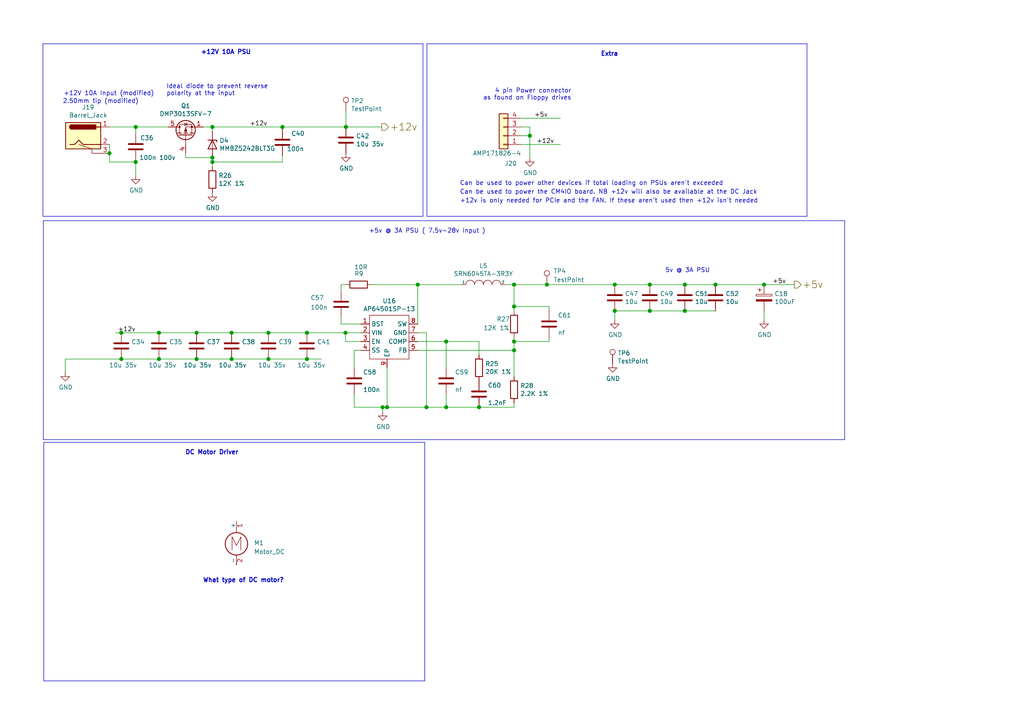
<source format=kicad_sch>
(kicad_sch (version 20250114) (generator "eeschema") (generator_version "9.0")
  (paper "A4")
  (lib_symbols
    (symbol "CM4IO:AP64351"
      (property "Reference" "U" (at 0 8.89 0))
      (property "Value" "AP64351" (at 1.27 6.35 0))
      (symbol "AP64351_0_1"
        (rectangle (start -5.08 5.08) (end 6.35 -7.62))
      )
      (symbol "AP64351_1_1"
        (pin passive line (at -7.62 2.54 0) (length 2.54) (name "BST") (number "1"))
        (pin power_in line (at -7.62 0 0) (length 2.54) (name "VIN") (number "2"))
        (pin input line (at -7.62 -2.54 0) (length 2.54) (name "EN") (number "3"))
        (pin input line (at -7.62 -5.08 0) (length 2.54) (name "SS") (number "4"))
        (pin passive line (at 0 -10.16 90) (length 2.54) (name "EP") (number "9"))
        (pin output line (at 8.89 2.54 180) (length 2.54) (name "SW") (number "8"))
        (pin power_in line (at 8.89 0 180) (length 2.54) (name "GND") (number "7"))
        (pin input line (at 8.89 -2.54 180) (length 2.54) (name "COMP") (number "6"))
        (pin input line (at 8.89 -5.08 180) (length 2.54) (name "FB") (number "5"))
      )
    )
    (symbol "CM4IO:Barrel_Jack"
      (property "Reference" "J" (at 0 5.334 0))
      (property "Value" "Barrel_Jack" (at 0 -5.08 0))
      (symbol "Barrel_Jack_0_1"
        (rectangle (start -5.08 3.81) (end 5.08 -3.81) (stroke (width 0.254)) (fill (type background)))
        (polyline (pts (xy -3.81 -2.54) (xy -2.54 -2.54) (xy -1.27 -1.27) (xy 0 -2.54) (xy 2.54 -2.54) (xy 5.08 -2.54)) (stroke (width 0.254)))
        (arc (start -3.302 1.905) (mid -3.9342 2.54) (end -3.302 3.175) (stroke (width 0.254)))
        (arc (start -3.302 1.905) (mid -3.9342 2.54) (end -3.302 3.175) (stroke (width 0.254)) (fill (type outline)))
        (rectangle (start 3.683 3.175) (end -3.302 1.905) (stroke (width 0.254)) (fill (type outline)))
        (polyline (pts (xy 5.08 2.54) (xy 3.81 2.54)) (stroke (width 0.254)))
        (polyline (pts (xy 5.08 -5.08) (xy 2.54 -5.08) (xy 2.54 -3.81) (xy -1.27 -2.54)))
      )
      (symbol "Barrel_Jack_1_1"
        (pin passive line (at 7.62 2.54 180) (length 2.54) (name "~") (number "1"))
        (pin passive line (at 7.62 -2.54 180) (length 2.54) (name "~") (number "2"))
        (pin passive line (at 7.62 -5.08 180) (length 2.54) (name "~") (number "3"))
      )
    )
    (symbol "Connector:TestPoint" (pin_numbers (hide yes)) (pin_names (offset 0.762) (hide yes))
      (property "Reference" "TP" (at 0 6.858 0))
      (property "Value" "TestPoint" (at 0 5.08 0))
      (symbol "TestPoint_0_1"
        (circle (center 0 3.302) (radius 0.762))
      )
      (symbol "TestPoint_1_1"
        (pin passive line (at 0 0 90) (length 2.54) (name "1") (number "1"))
      )
    )
    (symbol "Connector_Generic:Conn_01x04" (pin_names (hide yes))
      (property "Reference" "J" (at 0 5.08 0))
      (property "Value" "Conn_01x04" (at 0 -7.62 0))
      (symbol "Conn_01x04_1_1"
        (rectangle (start -1.27 3.81) (end 1.27 -6.35) (stroke (width 0.254)) (fill (type background)))
        (rectangle (start -1.27 2.667) (end 0 2.413))
        (rectangle (start -1.27 0.127) (end 0 -0.127))
        (rectangle (start -1.27 -2.413) (end 0 -2.667))
        (rectangle (start -1.27 -4.953) (end 0 -5.207))
        (pin passive line (at -5.08 2.54 0) (length 3.81) (name "Pin_1") (number "1"))
        (pin passive line (at -5.08 0 0) (length 3.81) (name "Pin_2") (number "2"))
        (pin passive line (at -5.08 -2.54 0) (length 3.81) (name "Pin_3") (number "3"))
        (pin passive line (at -5.08 -5.08 0) (length 3.81) (name "Pin_4") (number "4"))
      )
    )
    (symbol "Device:C" (pin_numbers (hide yes)) (pin_names (offset 0.254))
      (property "Reference" "C" (at 0.635 2.54 0))
      (property "Value" "C" (at 0.635 -2.54 0))
      (symbol "C_0_1"
        (polyline (pts (xy -2.032 0.762) (xy 2.032 0.762)) (stroke (width 0.508)))
        (polyline (pts (xy -2.032 -0.762) (xy 2.032 -0.762)) (stroke (width 0.508)))
      )
      (symbol "C_1_1"
        (pin passive line (at 0 3.81 270) (length 2.794) (name "~") (number "1"))
        (pin passive line (at 0 -3.81 90) (length 2.794) (name "~") (number "2"))
      )
    )
    (symbol "Device:CP" (pin_numbers (hide yes)) (pin_names (offset 0.254))
      (property "Reference" "C" (at 0.635 2.54 0))
      (property "Value" "CP" (at 0.635 -2.54 0))
      (symbol "CP_0_1"
        (rectangle (start -2.286 0.508) (end 2.286 1.016))
        (polyline (pts (xy -1.778 2.286) (xy -0.762 2.286)))
        (polyline (pts (xy -1.27 2.794) (xy -1.27 1.778)))
        (rectangle (start 2.286 -0.508) (end -2.286 -1.016) (fill (type outline)))
      )
      (symbol "CP_1_1"
        (pin passive line (at 0 3.81 270) (length 2.794) (name "~") (number "1"))
        (pin passive line (at 0 -3.81 90) (length 2.794) (name "~") (number "2"))
      )
    )
    (symbol "Device:R" (pin_numbers (hide yes)) (pin_names (offset 0))
      (property "Reference" "R" (at 2.032 0 90))
      (property "Value" "R" (at 0 0 90))
      (symbol "R_0_1"
        (rectangle (start -1.016 -2.54) (end 1.016 2.54) (stroke (width 0.254)))
      )
      (symbol "R_1_1"
        (pin passive line (at 0 3.81 270) (length 1.27) (name "~") (number "1"))
        (pin passive line (at 0 -3.81 90) (length 1.27) (name "~") (number "2"))
      )
    )
    (symbol "Diode:BZX84Cxx" (pin_numbers (hide yes)) (pin_names (hide yes))
      (property "Reference" "D" (at 0 2.54 0))
      (property "Value" "BZX84Cxx" (at 0 -2.54 0))
      (symbol "BZX84Cxx_0_1"
        (polyline (pts (xy -1.27 -1.27) (xy -1.27 1.27) (xy -0.762 1.27)) (stroke (width 0.254)))
        (polyline (pts (xy 1.27 0) (xy -1.27 0)))
        (polyline (pts (xy 1.27 -1.27) (xy 1.27 1.27) (xy -1.27 0) (xy 1.27 -1.27)) (stroke (width 0.254)))
      )
      (symbol "BZX84Cxx_1_1"
        (pin passive line (at -3.81 0 0) (length 2.54) (name "K") (number "1"))
        (pin passive line (at 3.81 0 180) (length 2.54) (name "A") (number "2"))
      )
    )
    (symbol "Motor:Motor_DC" (pin_names (offset 0))
      (property "Reference" "M" (at 2.54 2.54 0))
      (property "Value" "Motor_DC" (at 2.54 -5.08 0))
      (symbol "Motor_DC_0_0"
        (polyline (pts (xy -1.27 -3.302) (xy -1.27 0.508) (xy 0 -2.032) (xy 1.27 0.508) (xy 1.27 -3.302)))
      )
      (symbol "Motor_DC_0_1"
        (polyline (pts (xy 0 2.032) (xy 0 2.54)))
        (polyline (pts (xy 0 1.7272) (xy 0 2.0828)))
        (circle (center 0 -1.524) (radius 3.2512) (stroke (width 0.254)))
        (polyline (pts (xy 0 -4.7752) (xy 0 -5.1816)))
        (polyline (pts (xy 0 -7.62) (xy 0 -7.112)))
      )
      (symbol "Motor_DC_1_1"
        (pin passive line (at 0 5.08 270) (length 2.54) (name "+") (number "1"))
        (pin passive line (at 0 -7.62 90) (length 2.54) (name "-") (number "2"))
      )
    )
    (symbol "Transistor_FET:DMP3013SFV" (pin_names (hide yes))
      (property "Reference" "Q" (at 5.08 1.905 0))
      (property "Value" "DMP3013SFV" (at 5.08 0 0))
      (symbol "DMP3013SFV_0_1"
        (polyline (pts (xy 0.254 1.905) (xy 0.254 -1.905)) (stroke (width 0.254)))
        (polyline (pts (xy 0.254 0) (xy -2.54 0)))
        (polyline (pts (xy 0.762 2.286) (xy 0.762 1.27)) (stroke (width 0.254)))
        (polyline (pts (xy 0.762 1.778) (xy 3.302 1.778) (xy 3.302 -1.778) (xy 0.762 -1.778)))
        (polyline (pts (xy 0.762 0.508) (xy 0.762 -0.508)) (stroke (width 0.254)))
        (polyline (pts (xy 0.762 -1.27) (xy 0.762 -2.286)) (stroke (width 0.254)))
        (circle (center 1.651 0) (radius 2.794) (stroke (width 0.254)))
        (polyline (pts (xy 2.286 0) (xy 1.27 0.381) (xy 1.27 -0.381) (xy 2.286 0)) (fill (type outline)))
        (polyline (pts (xy 2.54 2.54) (xy 2.54 1.778)))
        (circle (center 2.54 1.778) (radius 0.254) (fill (type outline)))
        (circle (center 2.54 -1.778) (radius 0.254) (fill (type outline)))
        (polyline (pts (xy 2.54 -2.54) (xy 2.54 0) (xy 0.762 0)))
        (polyline (pts (xy 2.794 -0.508) (xy 2.921 -0.381) (xy 3.683 -0.381) (xy 3.81 -0.254)))
        (polyline (pts (xy 3.302 -0.381) (xy 2.921 0.254) (xy 3.683 0.254) (xy 3.302 -0.381)))
      )
      (symbol "DMP3013SFV_1_1"
        (pin passive line (at -5.08 0 0) (length 2.54) (name "G") (number "4"))
        (pin passive line (at 2.54 5.08 270) (length 2.54) (name "D") (number "5"))
        (pin passive line (at 2.54 -5.08 90) (length 2.54) (name "S") (number "1"))
        (pin passive line (at 2.54 -5.08 90) (length 2.54) (hide yes) (name "S") (number "2"))
        (pin passive line (at 2.54 -5.08 90) (length 2.54) (hide yes) (name "S") (number "3"))
      )
    )
    (symbol "power:GND" (power) (pin_names (offset 0))
      (property "Value" "GND" (at 0 -3.81 0))
      (symbol "GND_0_1"
        (polyline (pts (xy 0 0) (xy 0 -1.27) (xy 1.27 -1.27) (xy 0 -2.54) (xy -1.27 -1.27) (xy 0 -1.27)))
      )
      (symbol "GND_1_1"
        (pin power_in line (at 0 0 270) (length 0) (hide yes) (name "GND") (number "1"))
      )
    )
    (symbol "pspice:INDUCTOR" (pin_numbers (hide yes)) (pin_names (offset 0))
      (property "Reference" "L" (at 0 2.54 0))
      (property "Value" "INDUCTOR" (at 0 -1.27 0))
      (symbol "INDUCTOR_0_1"
        (arc (start -5.08 0) (mid -3.81 1.2645) (end -2.54 0))
        (arc (start -2.54 0) (mid -1.27 1.2645) (end 0 0))
        (arc (start 0 0) (mid 1.27 1.2645) (end 2.54 0))
        (arc (start 2.54 0) (mid 3.81 1.2645) (end 5.08 0))
      )
      (symbol "INDUCTOR_1_1"
        (pin input line (at -6.35 0 0) (length 1.27) (name "1") (number "1"))
        (pin input line (at 6.35 0 180) (length 1.27) (name "2") (number "2"))
      )
    )
  )
  (text "2.50mm tip (modified)" (at 29.21 29.464 0) (effects (font (size 1.27 1.27))))
  (text "+12V 10A PSU" (at 65.532 15.24 0) (effects (font (size 1.27 1.27) (thickness 0.254) (bold yes))))
  (text "Extra" (at 176.784 15.748 0) (effects (font (size 1.27 1.27) (thickness 0.254) (bold yes))))
  (text "4 pin Power connector\nas found on Floppy drives" (at 165.735 29.21 0) (effects (font (size 1.27 1.27)) (justify right bottom)))
  (text "Ideal diode to prevent reverse\npolarity at the input" (at 48.26 27.94 0) (effects (font (size 1.27 1.27)) (justify left bottom)))
  (text "Can be used to power the CM4IO board. NB +12v will also be available at the DC Jack" (at 133.35 56.515 0) (effects (font (size 1.27 1.27)) (justify left bottom)))
  (text "Can be used to power other devices if total loading on PSUs aren't exceeded" (at 133.35 53.975 0) (effects (font (size 1.27 1.27)) (justify left bottom)))
  (text "DC Motor Driver" (at 61.468 131.318 0) (effects (font (size 1.27 1.27) (thickness 0.254) (bold yes))))
  (text "What type of DC motor?" (at 70.612 168.402 0) (effects (font (size 1.27 1.27) (thickness 0.254) (bold yes))))
  (text "5v @ 3A PSU\n" (at 192.913 79.248 0) (effects (font (size 1.27 1.27)) (justify left bottom)))
  (text "+5v @ 3A PSU ( 7.5v-28v Input )" (at 140.843 67.818 0) (effects (font (size 1.27 1.27)) (justify right bottom)))
  (text "+12V 10A Input (modified)" (at 18.415 27.94 0) (effects (font (size 1.27 1.27)) (justify left bottom)))
  (text "+12v is only needed for PCIe and the FAN. If these aren't used then +12v isn't needed" (at 133.35 59.055 0) (effects (font (size 1.27 1.27)) (justify left bottom)))
  (junction (at 57.023 104.14) (diameter 1.016))
  (junction (at 35.179 96.52) (diameter 1.016))
  (junction (at 110.998 118.11) (diameter 1.016))
  (junction (at 61.595 45.72) (diameter 1.016))
  (junction (at 158.623 82.55) (diameter 1.016))
  (junction (at 57.023 96.52) (diameter 1.016))
  (junction (at 188.468 90.17) (diameter 1.016))
  (junction (at 35.179 104.14) (diameter 1.016))
  (junction (at 61.595 46.99) (diameter 1.016))
  (junction (at 89.027 104.14) (diameter 1.016))
  (junction (at 123.698 118.11) (diameter 1.016))
  (junction (at 178.308 82.55) (diameter 1.016))
  (junction (at 149.098 88.9) (diameter 1.016))
  (junction (at 149.098 101.6) (diameter 1.016))
  (junction (at 112.268 118.11) (diameter 1.016))
  (junction (at 67.183 96.52) (diameter 1.016))
  (junction (at 129.413 99.06) (diameter 1.016))
  (junction (at 31.75 44.45) (diameter 1.016))
  (junction (at 81.915 36.83) (diameter 1.016))
  (junction (at 153.67 39.37) (diameter 1.016))
  (junction (at 100.203 96.52) (diameter 1.016))
  (junction (at 207.518 82.55) (diameter 1.016))
  (junction (at 149.098 82.55) (diameter 1.016))
  (junction (at 89.027 96.52) (diameter 1.016))
  (junction (at 46.101 104.14) (diameter 1.016))
  (junction (at 39.37 46.99) (diameter 1.016))
  (junction (at 138.938 118.11) (diameter 1.016))
  (junction (at 149.098 99.06) (diameter 1.016))
  (junction (at 77.851 104.14) (diameter 1.016))
  (junction (at 178.308 90.17) (diameter 1.016))
  (junction (at 129.413 118.11) (diameter 1.016))
  (junction (at 39.37 36.83) (diameter 1.016))
  (junction (at 198.628 82.55) (diameter 1.016))
  (junction (at 100.33 36.83) (diameter 1.016))
  (junction (at 188.468 82.55) (diameter 1.016))
  (junction (at 221.615 82.55) (diameter 1.016))
  (junction (at 198.628 90.17) (diameter 1.016))
  (junction (at 61.595 36.83) (diameter 1.016))
  (junction (at 67.183 104.14) (diameter 1.016))
  (junction (at 77.851 96.52) (diameter 1.016))
  (junction (at 46.101 96.52) (diameter 1.016))
  (junction (at 121.158 82.55) (diameter 1.016))
  (wire (pts (xy 149.098 118.11) (xy 149.098 116.84)))
  (wire (pts (xy 67.183 96.52) (xy 77.851 96.52)))
  (wire (pts (xy 121.158 96.52) (xy 123.698 96.52)))
  (wire (pts (xy 110.998 118.11) (xy 112.268 118.11)))
  (wire (pts (xy 158.623 82.55) (xy 178.308 82.55)))
  (polyline (pts (xy 123.825 62.738) (xy 234.061 62.738)) (stroke (width 0) (type solid)))
  (wire (pts (xy 31.75 46.99) (xy 39.37 46.99)))
  (wire (pts (xy 46.101 104.14) (xy 57.023 104.14)))
  (wire (pts (xy 153.67 39.37) (xy 153.67 45.72)))
  (wire (pts (xy 129.413 114.3) (xy 129.413 118.11)))
  (wire (pts (xy 33.528 96.52) (xy 35.179 96.52)))
  (wire (pts (xy 53.848 44.45) (xy 53.848 45.72)))
  (wire (pts (xy 129.413 99.06) (xy 129.413 106.68)))
  (wire (pts (xy 159.258 99.06) (xy 159.258 97.79)))
  (wire (pts (xy 35.179 96.52) (xy 46.101 96.52)))
  (wire (pts (xy 198.628 90.17) (xy 188.468 90.17)))
  (wire (pts (xy 89.027 104.14) (xy 93.218 104.14)))
  (wire (pts (xy 178.308 90.17) (xy 178.308 92.71)))
  (wire (pts (xy 149.098 88.9) (xy 149.098 90.17)))
  (polyline (pts (xy 123.19 197.485) (xy 123.19 128.27)) (stroke (width 0) (type solid)))
  (wire (pts (xy 18.923 104.14) (xy 18.923 107.95)))
  (wire (pts (xy 121.158 101.6) (xy 149.098 101.6)))
  (wire (pts (xy 100.203 99.06) (xy 104.648 99.06)))
  (wire (pts (xy 151.13 39.37) (xy 153.67 39.37)))
  (wire (pts (xy 102.743 118.11) (xy 110.998 118.11)))
  (polyline (pts (xy 12.7 197.485) (xy 123.19 197.485)) (stroke (width 0) (type solid)))
  (wire (pts (xy 178.308 82.55) (xy 188.468 82.55)))
  (wire (pts (xy 121.158 82.55) (xy 121.158 93.98)))
  (polyline (pts (xy 244.983 127.508) (xy 12.573 127.508)) (stroke (width 0) (type solid)))
  (polyline (pts (xy 12.446 62.738) (xy 122.682 62.738)) (stroke (width 0) (type solid)))
  (wire (pts (xy 31.75 46.99) (xy 31.75 44.45)))
  (wire (pts (xy 53.848 45.72) (xy 61.595 45.72)))
  (wire (pts (xy 112.268 106.68) (xy 112.268 118.11)))
  (wire (pts (xy 18.923 104.14) (xy 35.179 104.14)))
  (wire (pts (xy 100.33 32.258) (xy 100.33 36.83)))
  (wire (pts (xy 58.928 36.83) (xy 61.595 36.83)))
  (wire (pts (xy 146.558 82.55) (xy 149.098 82.55)))
  (wire (pts (xy 81.915 46.99) (xy 81.915 45.085)))
  (polyline (pts (xy 12.446 12.7) (xy 122.682 12.7)) (stroke (width 0) (type solid)))
  (wire (pts (xy 77.851 104.14) (xy 89.027 104.14)))
  (wire (pts (xy 149.098 82.55) (xy 158.623 82.55)))
  (wire (pts (xy 31.75 44.45) (xy 31.75 41.91)))
  (polyline (pts (xy 123.825 62.738) (xy 123.825 12.7)) (stroke (width 0) (type solid)))
  (wire (pts (xy 39.37 46.355) (xy 39.37 46.99)))
  (wire (pts (xy 112.268 118.11) (xy 123.698 118.11)))
  (polyline (pts (xy 122.682 62.738) (xy 122.682 12.7)) (stroke (width 0) (type solid)))
  (wire (pts (xy 98.933 84.455) (xy 98.933 82.55)))
  (wire (pts (xy 121.158 99.06) (xy 129.413 99.06)))
  (wire (pts (xy 149.098 99.06) (xy 149.098 101.6)))
  (wire (pts (xy 46.101 96.52) (xy 57.023 96.52)))
  (wire (pts (xy 39.37 46.99) (xy 39.37 50.8)))
  (polyline (pts (xy 12.7 128.27) (xy 123.19 128.27)) (stroke (width 0) (type solid)))
  (wire (pts (xy 123.698 96.52) (xy 123.698 118.11)))
  (wire (pts (xy 149.098 88.9) (xy 159.258 88.9)))
  (wire (pts (xy 89.027 96.52) (xy 100.203 96.52)))
  (wire (pts (xy 102.743 101.6) (xy 102.743 106.68)))
  (wire (pts (xy 39.37 36.83) (xy 48.768 36.83)))
  (wire (pts (xy 61.595 45.72) (xy 61.595 46.99)))
  (wire (pts (xy 151.13 36.83) (xy 153.67 36.83)))
  (wire (pts (xy 129.413 118.11) (xy 138.938 118.11)))
  (wire (pts (xy 67.183 104.14) (xy 77.851 104.14)))
  (wire (pts (xy 149.098 82.55) (xy 149.098 88.9)))
  (wire (pts (xy 102.743 114.3) (xy 102.743 118.11)))
  (polyline (pts (xy 12.446 62.738) (xy 12.446 12.7)) (stroke (width 0) (type solid)))
  (wire (pts (xy 188.468 82.55) (xy 198.628 82.55)))
  (wire (pts (xy 81.915 36.83) (xy 100.33 36.83)))
  (wire (pts (xy 149.098 99.06) (xy 159.258 99.06)))
  (wire (pts (xy 159.258 88.9) (xy 159.258 90.17)))
  (wire (pts (xy 81.915 36.83) (xy 81.915 37.465)))
  (wire (pts (xy 98.933 92.075) (xy 98.933 93.98)))
  (wire (pts (xy 207.518 82.55) (xy 221.615 82.55)))
  (wire (pts (xy 129.413 99.06) (xy 138.938 99.06)))
  (wire (pts (xy 151.13 41.91) (xy 162.56 41.91)))
  (wire (pts (xy 98.933 93.98) (xy 104.648 93.98)))
  (wire (pts (xy 98.933 82.55) (xy 100.203 82.55)))
  (wire (pts (xy 153.67 36.83) (xy 153.67 39.37)))
  (wire (pts (xy 149.098 97.79) (xy 149.098 99.06)))
  (wire (pts (xy 221.615 82.55) (xy 230.378 82.55)))
  (wire (pts (xy 77.851 96.52) (xy 89.027 96.52)))
  (wire (pts (xy 110.998 119.38) (xy 110.998 118.11)))
  (wire (pts (xy 57.023 104.14) (xy 67.183 104.14)))
  (wire (pts (xy 57.023 96.52) (xy 67.183 96.52)))
  (polyline (pts (xy 123.825 12.7) (xy 234.061 12.7)) (stroke (width 0) (type solid)))
  (wire (pts (xy 221.615 90.17) (xy 221.615 92.71)))
  (wire (pts (xy 121.158 82.55) (xy 133.858 82.55)))
  (wire (pts (xy 35.179 104.14) (xy 46.101 104.14)))
  (wire (pts (xy 61.595 46.99) (xy 61.595 48.26)))
  (wire (pts (xy 100.203 96.52) (xy 104.648 96.52)))
  (wire (pts (xy 207.518 90.17) (xy 198.628 90.17)))
  (wire (pts (xy 107.823 82.55) (xy 121.158 82.55)))
  (wire (pts (xy 61.595 46.99) (xy 81.915 46.99)))
  (polyline (pts (xy 12.7 197.485) (xy 12.7 128.27)) (stroke (width 0) (type solid)))
  (wire (pts (xy 138.938 118.11) (xy 149.098 118.11)))
  (wire (pts (xy 188.468 90.17) (xy 178.308 90.17)))
  (wire (pts (xy 151.13 34.29) (xy 162.56 34.29)))
  (wire (pts (xy 39.37 36.83) (xy 39.37 38.735)))
  (wire (pts (xy 198.628 82.55) (xy 207.518 82.55)))
  (wire (pts (xy 61.595 36.83) (xy 81.915 36.83)))
  (wire (pts (xy 123.698 118.11) (xy 129.413 118.11)))
  (wire (pts (xy 100.33 36.83) (xy 110.744 36.83)))
  (polyline (pts (xy 234.061 62.738) (xy 234.061 12.7)) (stroke (width 0) (type solid)))
  (wire (pts (xy 61.595 36.83) (xy 61.595 38.1)))
  (polyline (pts (xy 12.573 64.008) (xy 244.983 64.008)) (stroke (width 0) (type solid)))
  (wire (pts (xy 31.75 36.83) (xy 39.37 36.83)))
  (polyline (pts (xy 12.573 64.008) (xy 12.573 127.508)) (stroke (width 0) (type solid)))
  (polyline (pts (xy 244.983 64.008) (xy 244.983 127.508)) (stroke (width 0) (type solid)))
  (wire (pts (xy 104.648 101.6) (xy 102.743 101.6)))
  (wire (pts (xy 149.098 101.6) (xy 149.098 109.22)))
  (wire (pts (xy 100.203 96.52) (xy 100.203 99.06)))
  (wire (pts (xy 138.938 102.87) (xy 138.938 99.06)))
  (label "+5v" (at 224.028 82.55 0))
  (label "+12v" (at 72.39 36.83 0))
  (label "+12v" (at 155.575 41.91 0))
  (label "+5v" (at 154.94 34.29 0))
  (label "+12v" (at 34.163 96.52 0))
  (hierarchical_label "+5v" (shape output) (at 230.378 82.55 0) (effects (font (size 2.0066 2.0066))))
  (hierarchical_label "+12v" (shape output) (at 110.744 36.83 0) (effects (font (size 2.0066 2.0066))))
  (symbol (lib_id "power:GND") (at 100.33 44.45 0) (unit 1)
    (property "Reference" "#PWR043" (effects (hide yes)))
    (property "Value" "GND" (at 100.457 48.8442 0))
  )
  (symbol (lib_id "power:GND") (at 39.37 50.8 0) (unit 1)
    (property "Reference" "#PWR041" (effects (hide yes)))
    (property "Value" "GND" (at 39.497 55.1942 0))
  )
  (symbol (lib_id "Device:C") (at 178.308 86.36 0) (unit 1)
    (property "Reference" "C47" (at 181.229 85.1916 0) (effects (justify left)))
    (property "Value" "10u" (at 181.229 87.503 0) (effects (justify left)))
    (property "Footprint" "Capacitor_SMD:C_0805_2012Metric" (effects (hide yes)))
    (property "Datasheet" "https://search.murata.co.jp/Ceramy/image/img/A01X/G101/ENG/GRM21BR71A106KA73-01.pdf" (effects (hide yes)))
    (property "Field5" "490-14381-1-ND" (effects (hide yes)))
    (property "Field4" "Digikey" (effects (hide yes)))
    (property "Field6" "GRM21BR71A106KA73L" (effects (hide yes)))
    (property "Field7" "Murata" (effects (hide yes)))
    (property "Part Description" "	10uF 10% 10V Ceramic Capacitor X7R 0805 (2012 Metric)" (effects (hide yes)))
    (property "Field8" "111893011" (effects (hide yes)))
  )
  (symbol (lib_id "Device:C") (at 188.468 86.36 0) (unit 1)
    (property "Reference" "C49" (at 191.389 85.1916 0) (effects (justify left)))
    (property "Value" "10u" (at 191.389 87.503 0) (effects (justify left)))
    (property "Footprint" "Capacitor_SMD:C_0805_2012Metric" (effects (hide yes)))
    (property "Datasheet" "https://search.murata.co.jp/Ceramy/image/img/A01X/G101/ENG/GRM21BR71A106KA73-01.pdf" (effects (hide yes)))
    (property "Field5" "490-14381-1-ND" (effects (hide yes)))
    (property "Field4" "Digikey" (effects (hide yes)))
    (property "Field6" "GRM21BR71A106KA73L" (effects (hide yes)))
    (property "Field7" "Murata" (effects (hide yes)))
    (property "Part Description" "	10uF 10% 10V Ceramic Capacitor X7R 0805 (2012 Metric)" (effects (hide yes)))
    (property "Field8" "111893011" (effects (hide yes)))
  )
  (symbol (lib_id "Device:C") (at 198.628 86.36 0) (unit 1)
    (property "Reference" "C51" (at 201.549 85.1916 0) (effects (justify left)))
    (property "Value" "10u" (at 201.549 87.503 0) (effects (justify left)))
    (property "Footprint" "Capacitor_SMD:C_0805_2012Metric" (effects (hide yes)))
    (property "Datasheet" "https://search.murata.co.jp/Ceramy/image/img/A01X/G101/ENG/GRM21BR71A106KA73-01.pdf" (effects (hide yes)))
    (property "Field5" "490-14381-1-ND" (effects (hide yes)))
    (property "Field4" "Digikey" (effects (hide yes)))
    (property "Field6" "GRM21BR71A106KA73L" (effects (hide yes)))
    (property "Field7" "Murata" (effects (hide yes)))
    (property "Part Description" "	10uF 10% 10V Ceramic Capacitor X7R 0805 (2012 Metric)" (effects (hide yes)))
    (property "Field8" "111893011" (effects (hide yes)))
  )
  (symbol (lib_id "Device:C") (at 207.518 86.36 0) (unit 1)
    (property "Reference" "C52" (at 210.439 85.1916 0) (effects (justify left)))
    (property "Value" "10u" (at 210.439 87.503 0) (effects (justify left)))
    (property "Footprint" "Capacitor_SMD:C_0805_2012Metric" (effects (hide yes)))
    (property "Datasheet" "https://search.murata.co.jp/Ceramy/image/img/A01X/G101/ENG/GRM21BR71A106KA73-01.pdf" (effects (hide yes)))
    (property "Field5" "490-14381-1-ND" (effects (hide yes)))
    (property "Field4" "Digikey" (effects (hide yes)))
    (property "Field6" "GRM21BR71A106KA73L" (effects (hide yes)))
    (property "Field7" "Murata" (effects (hide yes)))
    (property "Part Description" "	10uF 10% 10V Ceramic Capacitor X7R 0805 (2012 Metric)" (effects (hide yes)))
    (property "Field8" "111893011" (effects (hide yes)))
  )
  (symbol (lib_id "Device:C") (at 39.37 42.545 0) (unit 1)
    (property "Reference" "C36" (at 40.64 40.005 0) (effects (justify left)))
    (property "Value" "100n 100v" (at 40.386 45.72 0) (effects (justify left)))
    (property "Footprint" "Capacitor_SMD:C_0402_1005Metric" (effects (hide yes)))
    (property "Datasheet" "https://psearch.en.murata.com/capacitor/product/GRM155R62A104KE14%23.pdf" (effects (hide yes)))
    (property "Field4" "Farnell" (effects (hide yes)))
    (property "Field5" "2611907" (effects (hide yes)))
    (property "Field6" "GRM155R62A104KE14D" (effects (hide yes)))
    (property "Field7" "Murata" (effects (hide yes)))
    (property "Part Description" "	0.1uF 10% 100V Ceramic Capacitor X5R 0402 (1005 Metric)" (effects (hide yes)))
  )
  (symbol (lib_id "power:GND") (at 61.595 55.88 0) (unit 1)
    (property "Reference" "#PWR042" (effects (hide yes)))
    (property "Value" "GND" (at 61.722 60.2742 0))
  )
  (symbol (lib_id "Connector_Generic:Conn_01x04") (at 146.05 39.37 180) (unit 1)
    (property "Reference" "J20" (at 148.1328 47.4218 0))
    (property "Value" "AMP171826-4" (at 144.145 44.45 0))
    (property "Footprint" "171826-4:TE_171826-4" (effects (hide yes)))
    (property "Datasheet" "https://www.te.com/usa-en/product-171826-4.html" (effects (hide yes)))
    (property "Field4" "Farnell" (effects (hide yes)))
    (property "Field5" "	1056115" (effects (hide yes)))
    (property "Field6" "AMP171826-4" (effects (hide yes)))
    (property "Field7" "AMP-TE" (effects (hide yes)))
    (property "Part Description" "Wire-To-Board Connector, Right Angle, 2.54 mm, 4 Contacts, Header, AMP EI Series, Through Hole" (effects (hide yes)))
  )
  (symbol (lib_id "power:GND") (at 153.67 45.72 0) (unit 1)
    (property "Reference" "#PWR045" (effects (hide yes)))
    (property "Value" "GND" (at 153.797 50.1142 0))
  )
  (symbol (lib_id "CM4IO:Barrel_Jack") (at 24.13 39.37 0) (unit 1)
    (property "Reference" "J19" (at 25.5778 31.115 0))
    (property "Value" "Barrel_Jack" (at 25.5778 33.4264 0))
    (property "Footprint" "Jaya_FootLib:Barrel_Jack_5.5x2.5mm" (effects (hide yes)))
    (property "Datasheet" "https://spec.globtek.info/spec/spec_misc?id=01t0c000008OOv2AAG" (effects (hide yes)))
    (property "Description" "50VDC 10A" (effects (hide yes)))
    (property "Digikey" "https://www.digikey.ca/en/products/detail/globtek-inc/JACK-L-PC-10A-RA(R)/8597890?gad_source=1&gad_campaignid=21020832419&gbraid=0AAAAADrbLljFPhQUGW9-vGwP5nNMkXjpZ&gclid=CjwKCAjwr5_CBhBlEiwAzfwYuPiUh9D8OUx2IHgcEQnulQyQ37E9XDcF3ARa9uVLsllzy46gqWn_3BoCj6oQAvD_BwE&gclsrc=aw.ds" (effects (hide yes)))
  )
  (symbol (lib_id "Diode:BZX84Cxx") (at 61.595 41.91 270) (unit 1)
    (property "Reference" "D4" (at 63.627 40.767 90) (effects (justify left)))
    (property "Value" "MMBZ5242BLT3G" (at 63.627 43.053 90) (effects (justify left)))
    (property "Footprint" "Diode_SMD:D_SOT-23_ANK" (effects (hide yes)))
    (property "Datasheet" "https://diotec.com/tl_files/diotec/files/pdf/datasheets/bzx84c2v4.pdf" (effects (hide yes)))
    (property "Field4" "Digikey" (effects (hide yes)))
    (property "Field5" "	MMBZ5242BLT3GOSCT-ND" (effects (hide yes)))
    (property "Field6" "MMBZ5242BLT3G" (effects (hide yes)))
    (property "Field7" "Onsemi" (effects (hide yes)))
    (property "Part Description" "	Zener Diode 12V 225mW 5% Surface Mount SOT-23-3 (TO-236)" (effects (hide yes)))
  )
  (symbol (lib_id "Device:R") (at 61.595 52.07 0) (unit 1)
    (property "Reference" "R26" (at 63.373 50.9016 0) (effects (justify left)))
    (property "Value" "12K 1%" (at 63.373 53.213 0) (effects (justify left)))
    (property "Footprint" "Resistor_SMD:R_0402_1005Metric" (effects (hide yes)))
    (property "Datasheet" "https://fscdn.rohm.com/en/products/databook/datasheet/passive/resistor/chip_resistor/mcr-e.pdf" (effects (hide yes)))
    (property "Field7" "YAGEO" (effects (hide yes)))
    (property "Field6" "RC0402FR-0712KL" (effects (hide yes)))
    (property "Part Description" "Resistor 12K M1005 1% 63mW" (effects (hide yes)))
    (property "Note" "Modified by Jaya" (effects (hide yes)))
    (property "Reason" "Discontinued" (effects (hide yes)))
  )
  (symbol (lib_id "Device:C") (at 81.915 41.275 0) (unit 1)
    (property "Reference" "C40" (at 84.455 38.735 0) (effects (justify left)))
    (property "Value" "100n" (at 83.185 43.18 0) (effects (justify left)))
    (property "Footprint" "Capacitor_SMD:C_0402_1005Metric" (effects (hide yes)))
    (property "Datasheet" "https://search.murata.co.jp/Ceramy/image/img/A01X/G101/ENG/GRM155R71C104KA88-01.pdf" (effects (hide yes)))
    (property "Field4" "Farnell" (effects (hide yes)))
    (property "Field5" "2611911" (effects (hide yes)))
    (property "Field6" "RM EMK105 B7104KV-F" (effects (hide yes)))
    (property "Field7" "TAIYO YUDEN EUROPE GMBH" (effects (hide yes)))
    (property "Part Description" "	0.1uF 10% 16V Ceramic Capacitor X7R 0402 (1005 Metric)" (effects (hide yes)))
    (property "Field8" "110091611" (effects (hide yes)))
  )
  (symbol (lib_id "power:GND") (at 178.308 92.71 0) (unit 1)
    (property "Reference" "#PWR0118" (effects (hide yes)))
    (property "Value" "GND" (at 178.435 97.1042 0))
  )
  (symbol (lib_id "Device:C") (at 98.933 88.265 0) (unit 1)
    (property "Reference" "C57" (at 90.043 86.36 0) (effects (justify left)))
    (property "Value" "100n" (at 90.043 89.154 0) (effects (justify left)))
    (property "Footprint" "Capacitor_SMD:C_0402_1005Metric" (effects (hide yes)))
    (property "Datasheet" "https://search.murata.co.jp/Ceramy/image/img/A01X/G101/ENG/GRM155R71C104KA88-01.pdf" (effects (hide yes)))
    (property "Field4" "Farnell" (effects (hide yes)))
    (property "Field5" "2611911" (effects (hide yes)))
    (property "Field6" "RM EMK105 B7104KV-F" (effects (hide yes)))
    (property "Field7" "TAIYO YUDEN EUROPE GMBH" (effects (hide yes)))
    (property "Part Description" "	0.1uF 10% 16V Ceramic Capacitor X7R 0402 (1005 Metric)" (effects (hide yes)))
    (property "Field8" "110091611" (effects (hide yes)))
  )
  (symbol (lib_id "Device:R") (at 104.013 82.55 270) (unit 1)
    (property "Reference" "R9" (at 102.743 79.375 90) (effects (justify left)))
    (property "Value" "10R" (at 102.743 77.47 90) (effects (justify left)))
    (property "Footprint" "Resistor_SMD:R_0402_1005Metric" (effects (hide yes)))
    (property "Datasheet" "https://fscdn.rohm.com/en/products/databook/datasheet/passive/resistor/chip_resistor/mcr-e.pdf" (effects (hide yes)))
    (property "Field4" "Farnell" (effects (hide yes)))
    (property "Field5" "9238999" (effects (hide yes)))
    (property "Field7" "Yageo" (effects (hide yes)))
    (property "Field6" "RC0402FR-0710RL" (effects (hide yes)))
    (property "Field8" "URES00256" (effects (hide yes)))
    (property "Part Description" "Resistor 10R M1005 1% 63mW" (effects (hide yes)))
  )
  (symbol (lib_id "Device:C") (at 159.258 93.98 0) (unit 1)
    (property "Reference" "C61" (at 161.798 91.44 0) (effects (justify left)))
    (property "Value" "nf" (at 161.798 96.52 0) (effects (justify left)))
    (property "Footprint" "Capacitor_SMD:C_0402_1005Metric" (effects (hide yes)))
    (property "Datasheet" "http://www.farnell.com/datasheets/2048267.pdf?_ga=2.222777691.1738794919.1588350964-1787849031.1568210898&_gac=1.250356018.1588350964.EAIaIQobChMIgrHHs4yT6QIVxevtCh39TA_nEAAYASAAEgK8PfD_BwE" (effects (hide yes)))
    (property "Field4" "Farnell" (effects (hide yes)))
    (property "Field5" "2666374" (effects (hide yes)))
    (property "Field6" "GRM1555C1H221JA01D" (effects (hide yes)))
    (property "Field7" "Murata" (effects (hide yes)))
    (property "Part Description" "220 pF, 50 V, 0402 [1005 Metric], ± 5%, C0G / NP0/CH, GCM Series" (effects (hide yes)))
  )
  (symbol (lib_id "Device:R") (at 149.098 93.98 0) (unit 1)
    (property "Reference" "R27" (at 144.018 92.583 0) (effects (justify left)))
    (property "Value" "12K 1%" (at 140.208 95.123 0) (effects (justify left)))
    (property "Footprint" "Resistor_SMD:R_0402_1005Metric" (effects (hide yes)))
    (property "Datasheet" "https://fscdn.rohm.com/en/products/databook/datasheet/passive/resistor/chip_resistor/mcr-e.pdf" (effects (hide yes)))
    (property "Field4" "Farnell" (effects (hide yes)))
    (property "Field5" "9239367" (effects (hide yes)))
    (property "Field7" "Rohm" (effects (hide yes)))
    (property "Field6" "MCR01MZPF1202" (effects (hide yes)))
    (property "Part Description" "Resistor 12K M1005 1% 63mW" (effects (hide yes)))
  )
  (symbol (lib_id "pspice:INDUCTOR") (at 140.208 82.55 0) (unit 1)
    (property "Reference" "L5" (at 140.208 77.089 0))
    (property "Value" "SRN6045TA-3R3Y" (at 140.208 79.4004 0))
    (property "Footprint" "Inductor_SMD:L_Bourns_SRN6045TA" (effects (hide yes)))
    (property "Datasheet" "https://www.bourns.com/docs/Product-Datasheets/SRN6045TA.pdf" (effects (hide yes)))
    (property "Field4" "Farnell" (effects (hide yes)))
    (property "Field5" "2616889" (effects (hide yes)))
    (property "Field6" "SRN6045TA-3R3Y" (effects (hide yes)))
    (property "Field7" "Bourns" (effects (hide yes)))
    (property "Part Description" "3.3µH Semi-Shielded Wirewound Inductor 7.8A 21mOhm Nonstandard" (effects (hide yes)))
  )
  (symbol (lib_id "Device:C") (at 138.938 114.3 0) (unit 1)
    (property "Reference" "C60" (at 141.478 111.76 0) (effects (justify left)))
    (property "Value" "1.2nF" (at 141.478 116.84 0) (effects (justify left)))
    (property "Footprint" "Capacitor_SMD:C_0402_1005Metric" (effects (hide yes)))
    (property "Datasheet" "http://www.farnell.com/datasheets/2734135.pdf?_ga=2.259347658.1738794919.1588350964-1787849031.1568210898&_gac=1.15394434.1588350964.EAIaIQobChMIgrHHs4yT6QIVxevtCh39TA_nEAAYASAAEgK8PfD_BwE" (effects (hide yes)))
    (property "Field4" "Digikey" (effects (hide yes)))
    (property "Field5" "490-16429-1-ND" (effects (hide yes)))
    (property "Field6" "GCM155R71H122KA37D" (effects (hide yes)))
    (property "Field7" "Murata" (effects (hide yes)))
    (property "Part Description" "1200pF 10% 10V Ceramic Capacitor X5R 0402 (1005 Metric)" (effects (hide yes)))
  )
  (symbol (lib_id "Device:C") (at 129.413 110.49 0) (unit 1)
    (property "Reference" "C59" (at 131.953 107.95 0) (effects (justify left)))
    (property "Value" "nf" (at 131.953 113.03 0) (effects (justify left)))
    (property "Footprint" "Capacitor_SMD:C_0402_1005Metric" (effects (hide yes)))
  )
  (symbol (lib_id "CM4IO:AP64351") (at 112.268 96.52 0) (unit 1)
    (property "Reference" "U16" (at 112.903 87.2744 0))
    (property "Value" "AP64501SP-13" (at 112.903 89.5858 0))
    (property "Footprint" "Package_SO:SOIC-8-1EP_3.9x4.9mm_P1.27mm_EP2.95x4.9mm_Mask2.71x3.4mm_ThermalVias" (effects (hide yes)))
    (property "Datasheet" "https://www.diodes.com/assets/Datasheets/AP64501.pdf" (effects (hide yes)))
    (property "Field4" "Digikey" (effects (hide yes)))
    (property "Field5" "31-AP64501SP-13CT-ND" (effects (hide yes)))
    (property "Field6" "AP64501SP-13" (effects (hide yes)))
    (property "Field7" "Diodes" (effects (hide yes)))
    (property "Part Description" "Buck Switching Regulator IC Positive Adjustable 0.8V 1 Output 5A 8-SOIC (0.154\", 3.90mm Width) Exposed Pad" (effects (hide yes)))
  )
  (symbol (lib_id "Device:C") (at 102.743 110.49 0) (unit 1)
    (property "Reference" "C58" (at 105.283 107.95 0) (effects (justify left)))
    (property "Value" "100n" (at 105.283 113.03 0) (effects (justify left)))
    (property "Footprint" "Capacitor_SMD:C_0402_1005Metric" (effects (hide yes)))
    (property "Datasheet" "https://search.murata.co.jp/Ceramy/image/img/A01X/G101/ENG/GRM155R71C104KA88-01.pdf" (effects (hide yes)))
    (property "Field4" "Farnell" (effects (hide yes)))
    (property "Field5" "2611911" (effects (hide yes)))
    (property "Field6" "RM EMK105 B7104KV-F" (effects (hide yes)))
    (property "Field7" "TAIYO YUDEN EUROPE GMBH" (effects (hide yes)))
    (property "Part Description" "	0.1uF 10% 16V Ceramic Capacitor X7R 0402 (1005 Metric)" (effects (hide yes)))
    (property "Field8" "110091611" (effects (hide yes)))
  )
  (symbol (lib_id "power:GND") (at 110.998 119.38 0) (unit 1)
    (property "Reference" "#PWR0119" (effects (hide yes)))
    (property "Value" "GND" (at 111.125 123.7742 0))
  )
  (symbol (lib_id "Device:R") (at 149.098 113.03 0) (unit 1)
    (property "Reference" "R28" (at 150.876 111.8616 0) (effects (justify left)))
    (property "Value" "2.2K 1%" (at 150.876 114.173 0) (effects (justify left)))
    (property "Footprint" "Resistor_SMD:R_0402_1005Metric" (effects (hide yes)))
    (property "Datasheet" "https://fscdn.rohm.com/en/products/databook/datasheet/passive/resistor/chip_resistor/mcr-e.pdf" (effects (hide yes)))
    (property "Field4" "Farnell" (effects (hide yes)))
    (property "Field5" "9239278" (effects (hide yes)))
    (property "Field6" "RK73G1ETQTP2201D         " (effects (hide yes)))
    (property "Field7" "KOA EUROPE GMBH" (effects (hide yes)))
    (property "Part Description" "Resistor 2.2K M1005 1% 63mW" (effects (hide yes)))
    (property "Field8" "120889581" (effects (hide yes)))
  )
  (symbol (lib_id "Device:R") (at 138.938 106.68 0) (unit 1)
    (property "Reference" "R25" (at 140.716 105.5116 0) (effects (justify left)))
    (property "Value" "20K 1%" (at 140.716 107.823 0) (effects (justify left)))
    (property "Footprint" "Resistor_SMD:R_0402_1005Metric" (effects (hide yes)))
    (property "Datasheet" "https://fscdn.rohm.com/en/products/databook/datasheet/passive/resistor/chip_resistor/mcr-e.pdf" (effects (hide yes)))
    (property "Field4" "Farnell" (effects (hide yes)))
    (property "Field5" "2331485" (effects (hide yes)))
    (property "Field7" "KOA EUROPE GMBH" (effects (hide yes)))
    (property "Field6" "RK73H1ETTP2002F" (effects (hide yes)))
    (property "Part Description" "Resistor 20K M1005 1% 63mW" (effects (hide yes)))
  )
  (symbol (lib_id "power:GND") (at 18.923 107.95 0) (unit 1)
    (property "Reference" "#PWR0120" (effects (hide yes)))
    (property "Value" "GND" (at 19.05 112.3442 0))
  )
  (symbol (lib_id "Connector:TestPoint") (at 100.33 32.258 0) (unit 1)
    (property "Reference" "TP2" (at 101.8032 29.2608 0) (effects (justify left)))
    (property "Value" "TestPoint" (at 101.8032 31.5722 0) (effects (justify left)))
    (property "Footprint" "TestPoint:TestPoint_Pad_2.0x2.0mm" (effects (hide yes)))
    (property "Field4" "nf" (effects (hide yes)))
    (property "Field5" "nf" (effects (hide yes)))
    (property "Field6" "nf" (effects (hide yes)))
    (property "Field7" "nf" (effects (hide yes)))
  )
  (symbol (lib_id "Connector:TestPoint") (at 177.673 105.41 0) (unit 1)
    (property "Reference" "TP6" (at 179.1462 102.4128 0) (effects (justify left)))
    (property "Value" "TestPoint" (at 179.1462 104.7242 0) (effects (justify left)))
    (property "Footprint" "TestPoint:TestPoint_Pad_2.0x2.0mm" (effects (hide yes)))
    (property "Field4" "nf" (effects (hide yes)))
    (property "Field5" "nf" (effects (hide yes)))
    (property "Field6" "nf" (effects (hide yes)))
    (property "Field7" "nf" (effects (hide yes)))
  )
  (symbol (lib_id "power:GND") (at 177.673 105.41 0) (unit 1)
    (property "Reference" "#PWR0122" (effects (hide yes)))
    (property "Value" "GND" (at 177.8 109.8042 0))
  )
  (symbol (lib_id "Transistor_FET:DMP3013SFV") (at 53.848 39.37 90) (unit 1)
    (property "Reference" "Q1" (at 53.848 30.7086 90))
    (property "Value" "DMP3013SFV-7" (at 53.848 33.02 90))
    (property "Footprint" "Package_SON:Diodes_PowerDI3333-8" (effects (hide yes)))
    (property "Datasheet" "https://www.diodes.com/assets/Datasheets/DMP3013SFV.pdf" (effects (hide yes)))
    (property "Field4" "Farnell" (effects (hide yes)))
    (property "Field5" "3405192" (effects (hide yes)))
    (property "Field6" "DMP3013SFV-7" (effects (hide yes)))
    (property "Field7" "Diodes" (effects (hide yes)))
    (property "Part Description" "DMP3013SFV-7 -  Power MOSFET, P Channel, 30 V, 12 A, 0.008 ohm, PowerDI3333, Surface Mount" (effects (hide yes)))
  )
  (symbol (lib_id "power:GND") (at 221.615 92.71 0) (unit 1)
    (property "Reference" "#PWR02" (effects (hide yes)))
    (property "Value" "GND" (at 221.742 97.1042 0))
  )
  (symbol (lib_id "Device:C") (at 89.027 100.33 0) (unit 1)
    (property "Reference" "C41" (at 91.948 99.1616 0) (effects (justify left)))
    (property "Value" "10u 35v" (at 86.233 105.918 0) (effects (justify left)))
    (property "Footprint" "Capacitor_SMD:C_0805_2012Metric" (effects (hide yes)))
    (property "Datasheet" "https://www.murata.com/en-global/products/productdetail.aspx?partno=GRM21BC8YA106ME11%23" (effects (hide yes)))
    (property "Field5" "490-10505-1-ND" (effects (hide yes)))
    (property "Field4" "Digikey" (effects (hide yes)))
    (property "Field6" "GRM21BC8YA106KE11L " (effects (hide yes)))
    (property "Field7" "Murata" (effects (hide yes)))
    (property "Part Description" "	10uF 10% or 20% 35V Ceramic Capacitor X6S 0805 (2012 Metric)" (effects (hide yes)))
  )
  (symbol (lib_id "Device:C") (at 77.851 100.33 0) (unit 1)
    (property "Reference" "C39" (at 80.772 99.1616 0) (effects (justify left)))
    (property "Value" "10u 35v" (at 74.803 105.918 0) (effects (justify left)))
    (property "Footprint" "Capacitor_SMD:C_0805_2012Metric" (effects (hide yes)))
    (property "Datasheet" "https://www.murata.com/en-global/products/productdetail.aspx?partno=GRM21BC8YA106ME11%23" (effects (hide yes)))
    (property "Field5" "490-10505-1-ND" (effects (hide yes)))
    (property "Field4" "Digikey" (effects (hide yes)))
    (property "Field6" "GRM21BC8YA106KE11L " (effects (hide yes)))
    (property "Field7" "Murata" (effects (hide yes)))
    (property "Part Description" "	10uF 10% or 20% 35V Ceramic Capacitor X6S 0805 (2012 Metric)" (effects (hide yes)))
  )
  (symbol (lib_id "Device:C") (at 67.183 100.33 0) (unit 1)
    (property "Reference" "C38" (at 70.104 99.1616 0) (effects (justify left)))
    (property "Value" "10u 35v" (at 63.373 105.918 0) (effects (justify left)))
    (property "Footprint" "Capacitor_SMD:C_0805_2012Metric" (effects (hide yes)))
    (property "Datasheet" "https://www.murata.com/en-global/products/productdetail.aspx?partno=GRM21BC8YA106ME11%23" (effects (hide yes)))
    (property "Field5" "490-10505-1-ND" (effects (hide yes)))
    (property "Field4" "Digikey" (effects (hide yes)))
    (property "Field6" "GRM21BC8YA106KE11L " (effects (hide yes)))
    (property "Field7" "Murata" (effects (hide yes)))
    (property "Part Description" "	10uF 10% or 20% 35V Ceramic Capacitor X6S 0805 (2012 Metric)" (effects (hide yes)))
  )
  (symbol (lib_id "Device:C") (at 57.023 100.33 0) (unit 1)
    (property "Reference" "C37" (at 59.944 99.1616 0) (effects (justify left)))
    (property "Value" "10u 35v" (at 53.213 105.918 0) (effects (justify left)))
    (property "Footprint" "Capacitor_SMD:C_0805_2012Metric" (effects (hide yes)))
    (property "Datasheet" "https://www.murata.com/en-global/products/productdetail.aspx?partno=GRM21BC8YA106ME11%23" (effects (hide yes)))
    (property "Field5" "490-10505-1-ND" (effects (hide yes)))
    (property "Field4" "Digikey" (effects (hide yes)))
    (property "Field6" "GRM21BC8YA106KE11L " (effects (hide yes)))
    (property "Field7" "Murata" (effects (hide yes)))
    (property "Part Description" "	10uF 10% or 20% 35V Ceramic Capacitor X6S 0805 (2012 Metric)" (effects (hide yes)))
  )
  (symbol (lib_id "Device:C") (at 46.101 100.33 0) (unit 1)
    (property "Reference" "C35" (at 49.022 99.1616 0) (effects (justify left)))
    (property "Value" "10u 35v" (at 43.053 105.918 0) (effects (justify left)))
    (property "Footprint" "Capacitor_SMD:C_0805_2012Metric" (effects (hide yes)))
    (property "Datasheet" "https://www.murata.com/en-global/products/productdetail.aspx?partno=GRM21BC8YA106ME11%23" (effects (hide yes)))
    (property "Field5" "490-10505-1-ND" (effects (hide yes)))
    (property "Field4" "Digikey" (effects (hide yes)))
    (property "Field6" "GRM21BC8YA106KE11L " (effects (hide yes)))
    (property "Field7" "Murata" (effects (hide yes)))
    (property "Part Description" "	10uF 10% or 20% 35V Ceramic Capacitor X6S 0805 (2012 Metric)" (effects (hide yes)))
  )
  (symbol (lib_id "Device:C") (at 35.179 100.33 0) (unit 1)
    (property "Reference" "C34" (at 38.1 99.1616 0) (effects (justify left)))
    (property "Value" "10u 35v" (at 31.623 105.918 0) (effects (justify left)))
    (property "Footprint" "Capacitor_SMD:C_0805_2012Metric" (effects (hide yes)))
    (property "Datasheet" "https://www.murata.com/en-global/products/productdetail.aspx?partno=GRM21BC8YA106ME11%23" (effects (hide yes)))
    (property "Field5" "490-10505-1-ND" (effects (hide yes)))
    (property "Field4" "Digikey" (effects (hide yes)))
    (property "Field6" "GRM21BC8YA106KE11L " (effects (hide yes)))
    (property "Field7" "Murata" (effects (hide yes)))
    (property "Part Description" "	10uF 10% or 20% 35V Ceramic Capacitor X6S 0805 (2012 Metric)" (effects (hide yes)))
  )
  (symbol (lib_id "Device:C") (at 100.33 40.64 0) (unit 1)
    (property "Reference" "C42" (at 103.251 39.4716 0) (effects (justify left)))
    (property "Value" "10u 35v" (at 103.251 41.783 0) (effects (justify left)))
    (property "Footprint" "Capacitor_SMD:C_0805_2012Metric" (effects (hide yes)))
    (property "Datasheet" "https://www.murata.com/en-global/products/productdetail.aspx?partno=GRM21BC8YA106ME11%23" (effects (hide yes)))
    (property "Field5" "490-10505-1-ND" (effects (hide yes)))
    (property "Field4" "Digikey" (effects (hide yes)))
    (property "Field6" "GRM21BC8YA106KE11L " (effects (hide yes)))
    (property "Field7" "Murata" (effects (hide yes)))
    (property "Part Description" "	10uF 10% or 20% 35V Ceramic Capacitor X6S 0805 (2012 Metric)" (effects (hide yes)))
  )
  (symbol (lib_id "Device:CP") (at 221.615 86.36 0) (unit 1)
    (property "Reference" "C18" (at 224.6122 85.217 0) (effects (justify left)))
    (property "Value" "100uF" (at 224.6122 87.503 0) (effects (justify left)))
    (property "Footprint" "Capacitor_Tantalum_SMD:CP_EIA-7343-31_Kemet-D" (effects (hide yes)))
    (property "Field4" "Mouser" (effects (hide yes)))
    (property "Field5" "667-EEF-CX0J101R" (effects (hide yes)))
    (property "Part Description" "Capacitor, SP-Cap, 100u, 6.3V, 15mR ESR" (effects (hide yes)))
  )
  (symbol (lib_id "Connector:TestPoint") (at 158.623 82.55 0) (unit 1)
    (property "Reference" "TP4" (at 160.528 78.613 0) (effects (justify left)))
    (property "Value" "TestPoint" (at 160.528 81.153 0) (effects (justify left)))
    (property "Footprint" "TestPoint:TestPoint_Pad_2.0x2.0mm" (effects (hide yes)))
    (property "Field4" "nf" (effects (hide yes)))
    (property "Field5" "nf" (effects (hide yes)))
    (property "Field6" "nf" (effects (hide yes)))
    (property "Field7" "nf" (effects (hide yes)))
  )
  (symbol (lib_id "Motor:Motor_DC") (at 68.58 156.21 0) (unit 1)
    (property "Reference" "M1" (at 73.66 157.4799 0) (effects (justify left)))
    (property "Value" "Motor_DC" (at 73.66 160.0199 0) (effects (justify left)))
    (property "Description" "DC Motor" (effects (hide yes)))
  )
)
</source>
